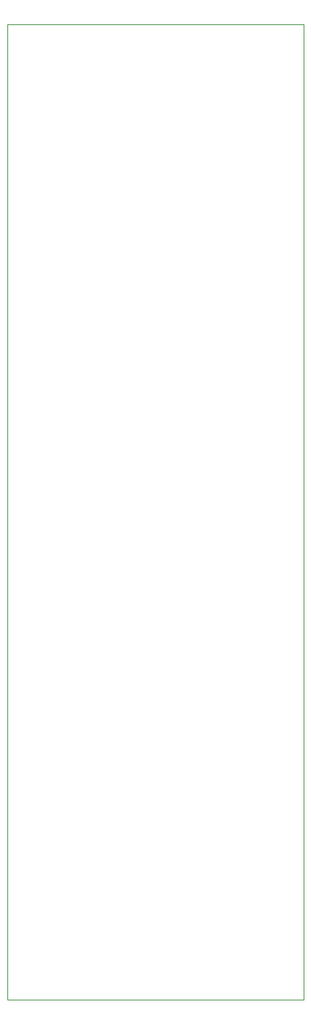
<source format=gbr>
G04 #@! TF.GenerationSoftware,KiCad,Pcbnew,(5.1.2-1)-1*
G04 #@! TF.CreationDate,2022-01-15T17:09:35-05:00*
G04 #@! TF.ProjectId,BF22 Clone,42463232-2043-46c6-9f6e-652e6b696361,rev?*
G04 #@! TF.SameCoordinates,Original*
G04 #@! TF.FileFunction,Profile,NP*
%FSLAX46Y46*%
G04 Gerber Fmt 4.6, Leading zero omitted, Abs format (unit mm)*
G04 Created by KiCad (PCBNEW (5.1.2-1)-1) date 2022-01-15 17:09:35*
%MOMM*%
%LPD*%
G04 APERTURE LIST*
%ADD10C,0.050000*%
G04 APERTURE END LIST*
D10*
X46000000Y-124000000D02*
X12000000Y-124000000D01*
X46000000Y-12000000D02*
X46000000Y-124000000D01*
X12000000Y-12000000D02*
X46000000Y-12000000D01*
X12000000Y-12000000D02*
X12000000Y-124000000D01*
M02*

</source>
